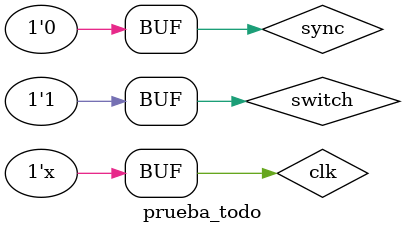
<source format=v>
`timescale 1ns / 1ps


module prueba_todo;

	// Inputs
	reg clk;
	reg sync;
	reg switch;

	// Outputs
	wire [3:0] Sp;
	wire [3:0] Ss;
	wire trigger;
	wire clk2;

	// Instantiate the Unit Under Test (UUT)
	main uut (
		.clk(clk), 
		.sync(sync), 
		.switch(switch), 
		.Sp(Sp), 
		.Ss(Ss), 
		.trigger(trigger),
		.clk2(clk2)
	);


	always 
	begin
		#5 clk= ~clk;
	end

	initial begin
		// Initialize Inputs

		clk = 0;
		sync = 0; 

		switch = 0;

		// Wait 100 ns for global reset to finish
		#1000;	
		sync =1;
		#100
		sync=0;   

		// Wait 100 ns for global reset to finish
		#50000

		switch = 1;
        
		// Add stimulus here

	end
      
endmodule


</source>
